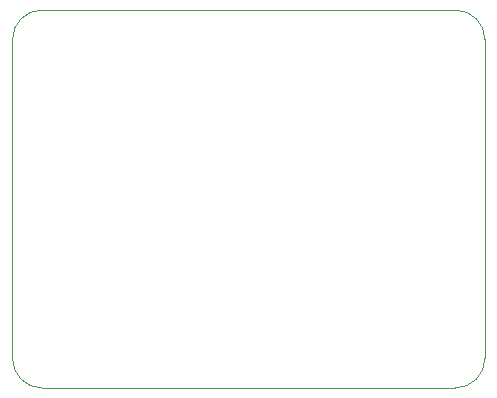
<source format=gbr>
G04 #@! TF.FileFunction,Profile,NP*
%FSLAX46Y46*%
G04 Gerber Fmt 4.6, Leading zero omitted, Abs format (unit mm)*
G04 Created by KiCad (PCBNEW 0.201503050816+5478~22~ubuntu14.10.1-product) date Friday 13 March 2015 12:23:03 AM IST*
%MOMM*%
G01*
G04 APERTURE LIST*
%ADD10C,0.100000*%
G04 APERTURE END LIST*
D10*
X60000000Y-22500000D02*
X60000000Y-49500000D01*
X22500000Y-20000000D02*
X57500000Y-20000000D01*
X20000000Y-49500000D02*
X20000000Y-22500000D01*
X57500000Y-52000000D02*
X22500000Y-52000000D01*
X60000000Y-22500000D02*
G75*
G03X57500000Y-20000000I-2500000J0D01*
G01*
X57500000Y-52000000D02*
G75*
G03X60000000Y-49500000I0J2500000D01*
G01*
X20000000Y-49500000D02*
G75*
G03X22500000Y-52000000I2500000J0D01*
G01*
X22500000Y-20000000D02*
G75*
G03X20000000Y-22500000I0J-2500000D01*
G01*
M02*

</source>
